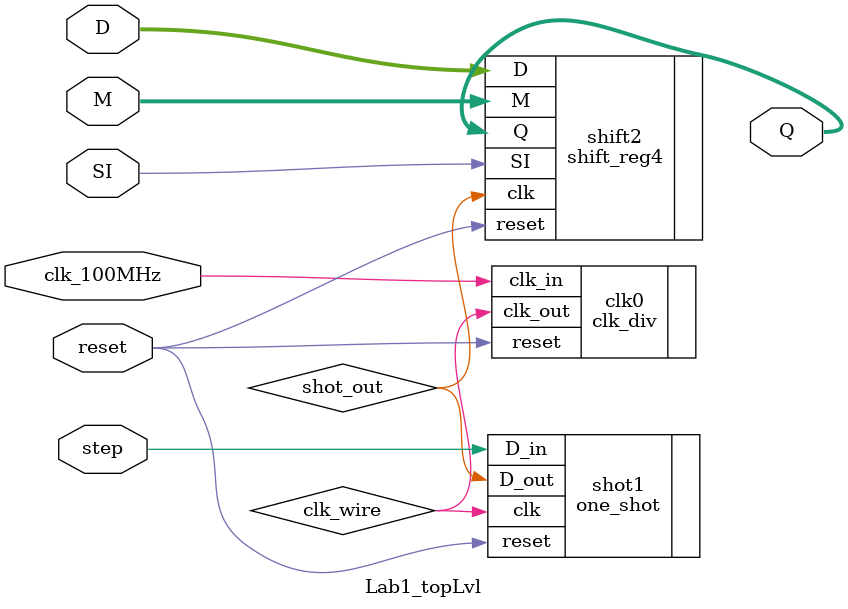
<source format=v>
`timescale 1ns / 1ps
module Lab1_topLvl(clk_100MHz,reset,step,D,M,SI,Q);
	//initialize Input and Outputs
	input clk_100MHz, reset, SI, step;
	input[3:0]D;
	input[1:0]M;
	output[3:0]Q;
	
	//temporary wires that pass data from clk divider module 
	//into one-shot module and from one shot to shift register module
	wire clk_wire;
	wire shot_out;
	
	//Instantiates the clock divider to produce 500Hz clock(default clk is 100MHz)
	clk_div clk0(.clk_in(clk_100MHz),.reset(reset),.clk_out(clk_wire));
	
	//Instatiates the one shot to produce one positive edge clock tick
	one_shot shot1(.clk(clk_wire),.reset(reset),.D_in(step),.D_out(shot_out));
	
	//Instantiates the shift register to run certain modes with given Inputs, then output the results.
	shift_reg4 shift2(.clk(shot_out),.reset(reset),.M(M),.SI(SI),.D(D),.Q(Q));
	
    

endmodule //end of Top Level Module

</source>
